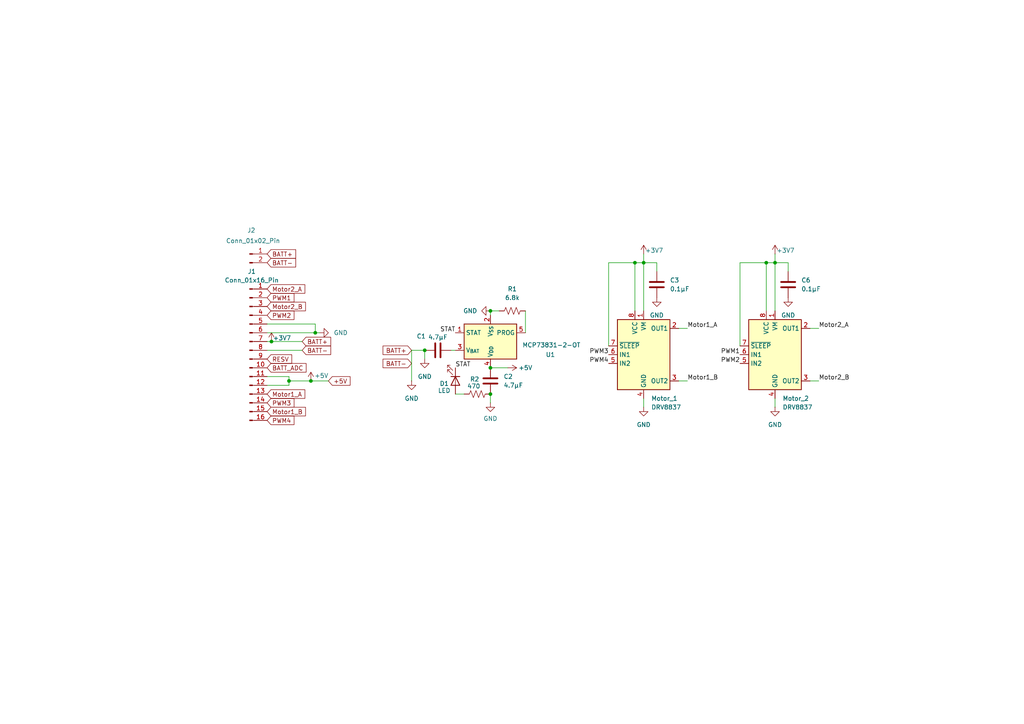
<source format=kicad_sch>
(kicad_sch (version 20231120) (generator "eeschema") (generator_version "8.0")
  (paper "A4")
  (title_block (title "Micro Mouse Power Subsystem") (date "2024-03-17") (rev "1") (company "University of Cape Town") (comment 1 "3088F Design Principles") (comment 2 "PCB Assignment") (comment 3 "Abdul-Mateen Kader") (comment 4 "KDRABD004"))
  (lib_symbols
    (symbol "Battery_Management:MCP73831-2-OT"
      (property "Reference" "U" (at -7.62 6.35 0))
      (property "Value" "MCP73831-2-OT" (at 1.27 6.35 0))
      (symbol "MCP73831-2-OT_0_1"
        (rectangle (start -7.62 5.08) (end 7.62 -5.08) (stroke (width 0.254)) (fill (type background)))
      )
      (symbol "MCP73831-2-OT_1_1"
        (pin tri_state line (at 10.16 -2.54 180) (length 2.54) (name "STAT") (number "1"))
        (pin power_in line (at 0 -7.62 90) (length 2.54) (name "V_{SS}") (number "2"))
        (pin power_out line (at 10.16 2.54 180) (length 2.54) (name "V_{BAT}") (number "3"))
        (pin power_in line (at 0 7.62 270) (length 2.54) (name "V_{DD}") (number "4"))
        (pin input line (at -10.16 -2.54 0) (length 2.54) (name "PROG") (number "5"))
      )
    )
    (symbol "Connector:Conn_01x02_Pin" (pin_names (offset 1.016) hide)
      (property "Reference" "J" (at 0 2.54 0))
      (property "Value" "Conn_01x02_Pin" (at 0 -5.08 0))
      (symbol "Conn_01x02_Pin_1_1"
        (polyline (pts (xy 1.27 -2.54) (xy 0.8636 -2.54)) (stroke (width 0.1524)))
        (polyline (pts (xy 1.27 0) (xy 0.8636 0)) (stroke (width 0.1524)))
        (rectangle (start 0.8636 -2.413) (end 0 -2.667) (stroke (width 0.1524)) (fill (type outline)))
        (rectangle (start 0.8636 0.127) (end 0 -0.127) (stroke (width 0.1524)) (fill (type outline)))
        (pin passive line (at 5.08 0 180) (length 3.81) (name "Pin_1") (number "1"))
        (pin passive line (at 5.08 -2.54 180) (length 3.81) (name "Pin_2") (number "2"))
      )
    )
    (symbol "Connector:Conn_01x16_Pin" (pin_names (offset 1.016) hide)
      (property "Reference" "J" (at 0 20.32 0))
      (property "Value" "Conn_01x16_Pin" (at 0 -22.86 0))
      (symbol "Conn_01x16_Pin_1_1"
        (polyline (pts (xy 1.27 -20.32) (xy 0.8636 -20.32)) (stroke (width 0.1524)))
        (polyline (pts (xy 1.27 -17.78) (xy 0.8636 -17.78)) (stroke (width 0.1524)))
        (polyline (pts (xy 1.27 -15.24) (xy 0.8636 -15.24)) (stroke (width 0.1524)))
        (polyline (pts (xy 1.27 -12.7) (xy 0.8636 -12.7)) (stroke (width 0.1524)))
        (polyline (pts (xy 1.27 -10.16) (xy 0.8636 -10.16)) (stroke (width 0.1524)))
        (polyline (pts (xy 1.27 -7.62) (xy 0.8636 -7.62)) (stroke (width 0.1524)))
        (polyline (pts (xy 1.27 -5.08) (xy 0.8636 -5.08)) (stroke (width 0.1524)))
        (polyline (pts (xy 1.27 -2.54) (xy 0.8636 -2.54)) (stroke (width 0.1524)))
        (polyline (pts (xy 1.27 0) (xy 0.8636 0)) (stroke (width 0.1524)))
        (polyline (pts (xy 1.27 2.54) (xy 0.8636 2.54)) (stroke (width 0.1524)))
        (polyline (pts (xy 1.27 5.08) (xy 0.8636 5.08)) (stroke (width 0.1524)))
        (polyline (pts (xy 1.27 7.62) (xy 0.8636 7.62)) (stroke (width 0.1524)))
        (polyline (pts (xy 1.27 10.16) (xy 0.8636 10.16)) (stroke (width 0.1524)))
        (polyline (pts (xy 1.27 12.7) (xy 0.8636 12.7)) (stroke (width 0.1524)))
        (polyline (pts (xy 1.27 15.24) (xy 0.8636 15.24)) (stroke (width 0.1524)))
        (polyline (pts (xy 1.27 17.78) (xy 0.8636 17.78)) (stroke (width 0.1524)))
        (rectangle (start 0.8636 -20.193) (end 0 -20.447) (stroke (width 0.1524)) (fill (type outline)))
        (rectangle (start 0.8636 -17.653) (end 0 -17.907) (stroke (width 0.1524)) (fill (type outline)))
        (rectangle (start 0.8636 -15.113) (end 0 -15.367) (stroke (width 0.1524)) (fill (type outline)))
        (rectangle (start 0.8636 -12.573) (end 0 -12.827) (stroke (width 0.1524)) (fill (type outline)))
        (rectangle (start 0.8636 -10.033) (end 0 -10.287) (stroke (width 0.1524)) (fill (type outline)))
        (rectangle (start 0.8636 -7.493) (end 0 -7.747) (stroke (width 0.1524)) (fill (type outline)))
        (rectangle (start 0.8636 -4.953) (end 0 -5.207) (stroke (width 0.1524)) (fill (type outline)))
        (rectangle (start 0.8636 -2.413) (end 0 -2.667) (stroke (width 0.1524)) (fill (type outline)))
        (rectangle (start 0.8636 0.127) (end 0 -0.127) (stroke (width 0.1524)) (fill (type outline)))
        (rectangle (start 0.8636 2.667) (end 0 2.413) (stroke (width 0.1524)) (fill (type outline)))
        (rectangle (start 0.8636 5.207) (end 0 4.953) (stroke (width 0.1524)) (fill (type outline)))
        (rectangle (start 0.8636 7.747) (end 0 7.493) (stroke (width 0.1524)) (fill (type outline)))
        (rectangle (start 0.8636 10.287) (end 0 10.033) (stroke (width 0.1524)) (fill (type outline)))
        (rectangle (start 0.8636 12.827) (end 0 12.573) (stroke (width 0.1524)) (fill (type outline)))
        (rectangle (start 0.8636 15.367) (end 0 15.113) (stroke (width 0.1524)) (fill (type outline)))
        (rectangle (start 0.8636 17.907) (end 0 17.653) (stroke (width 0.1524)) (fill (type outline)))
        (pin passive line (at 5.08 17.78 180) (length 3.81) (name "Pin_1") (number "1"))
        (pin passive line (at 5.08 -5.08 180) (length 3.81) (name "Pin_10") (number "10"))
        (pin passive line (at 5.08 -7.62 180) (length 3.81) (name "Pin_11") (number "11"))
        (pin passive line (at 5.08 -10.16 180) (length 3.81) (name "Pin_12") (number "12"))
        (pin passive line (at 5.08 -12.7 180) (length 3.81) (name "Pin_13") (number "13"))
        (pin passive line (at 5.08 -15.24 180) (length 3.81) (name "Pin_14") (number "14"))
        (pin passive line (at 5.08 -17.78 180) (length 3.81) (name "Pin_15") (number "15"))
        (pin passive line (at 5.08 -20.32 180) (length 3.81) (name "Pin_16") (number "16"))
        (pin passive line (at 5.08 15.24 180) (length 3.81) (name "Pin_2") (number "2"))
        (pin passive line (at 5.08 12.7 180) (length 3.81) (name "Pin_3") (number "3"))
        (pin passive line (at 5.08 10.16 180) (length 3.81) (name "Pin_4") (number "4"))
        (pin passive line (at 5.08 7.62 180) (length 3.81) (name "Pin_5") (number "5"))
        (pin passive line (at 5.08 5.08 180) (length 3.81) (name "Pin_6") (number "6"))
        (pin passive line (at 5.08 2.54 180) (length 3.81) (name "Pin_7") (number "7"))
        (pin passive line (at 5.08 0 180) (length 3.81) (name "Pin_8") (number "8"))
        (pin passive line (at 5.08 -2.54 180) (length 3.81) (name "Pin_9") (number "9"))
      )
    )
    (symbol "Device:C" (pin_numbers hide) (pin_names (offset 0.254))
      (property "Reference" "C" (at 0.635 2.54 0))
      (property "Value" "C" (at 0.635 -2.54 0))
      (symbol "C_0_1"
        (polyline (pts (xy -2.032 -0.762) (xy 2.032 -0.762)) (stroke (width 0.508)))
        (polyline (pts (xy -2.032 0.762) (xy 2.032 0.762)) (stroke (width 0.508)))
      )
      (symbol "C_1_1"
        (pin passive line (at 0 3.81 270) (length 2.794) (name "~") (number "1"))
        (pin passive line (at 0 -3.81 90) (length 2.794) (name "~") (number "2"))
      )
    )
    (symbol "Device:LED" (pin_numbers hide) (pin_names (offset 1.016) hide)
      (property "Reference" "D" (at 0 2.54 0))
      (property "Value" "LED" (at 0 -2.54 0))
      (symbol "LED_0_1"
        (polyline (pts (xy -1.27 -1.27) (xy -1.27 1.27)) (stroke (width 0.254)))
        (polyline (pts (xy -1.27 0) (xy 1.27 0)))
        (polyline (pts (xy 1.27 -1.27) (xy 1.27 1.27) (xy -1.27 0) (xy 1.27 -1.27)) (stroke (width 0.254)))
        (polyline (pts (xy -3.048 -0.762) (xy -4.572 -2.286) (xy -3.81 -2.286) (xy -4.572 -2.286) (xy -4.572 -1.524)))
        (polyline (pts (xy -1.778 -0.762) (xy -3.302 -2.286) (xy -2.54 -2.286) (xy -3.302 -2.286) (xy -3.302 -1.524)))
      )
      (symbol "LED_1_1"
        (pin passive line (at -3.81 0 0) (length 2.54) (name "K") (number "1"))
        (pin passive line (at 3.81 0 180) (length 2.54) (name "A") (number "2"))
      )
    )
    (symbol "Device:R_US" (pin_numbers hide) (pin_names (offset 0))
      (property "Reference" "R" (at 2.54 0 90))
      (property "Value" "R_US" (at -2.54 0 90))
      (symbol "R_US_0_1"
        (polyline (pts (xy 0 -2.286) (xy 0 -2.54)))
        (polyline (pts (xy 0 2.286) (xy 0 2.54)))
        (polyline (pts (xy 0 -0.762) (xy 1.016 -1.143) (xy 0 -1.524) (xy -1.016 -1.905) (xy 0 -2.286)))
        (polyline (pts (xy 0 0.762) (xy 1.016 0.381) (xy 0 0) (xy -1.016 -0.381) (xy 0 -0.762)))
        (polyline (pts (xy 0 2.286) (xy 1.016 1.905) (xy 0 1.524) (xy -1.016 1.143) (xy 0 0.762)))
      )
      (symbol "R_US_1_1"
        (pin passive line (at 0 3.81 270) (length 1.27) (name "~") (number "1"))
        (pin passive line (at 0 -3.81 90) (length 1.27) (name "~") (number "2"))
      )
    )
    (symbol "Driver_Motor:DRV8837"
      (property "Reference" "U" (at 6.35 11.43 0))
      (property "Value" "DRV8837" (at -10.16 11.43 0))
      (symbol "DRV8837_0_1"
        (rectangle (start -7.62 10.16) (end 7.62 -10.16) (stroke (width 0.254)) (fill (type background)))
      )
      (symbol "DRV8837_1_1"
        (pin power_in line (at 0 12.7 270) (length 2.54) (name "VM") (number "1"))
        (pin output line (at 10.16 7.62 180) (length 2.54) (name "OUT1") (number "2"))
        (pin output line (at 10.16 -7.62 180) (length 2.54) (name "OUT2") (number "3"))
        (pin power_in line (at 0 -12.7 90) (length 2.54) (name "GND") (number "4"))
        (pin input line (at -10.16 -2.54 0) (length 2.54) (name "IN2") (number "5"))
        (pin input line (at -10.16 0 0) (length 2.54) (name "IN1") (number "6"))
        (pin input line (at -10.16 2.54 0) (length 2.54) (name "~{SLEEP}") (number "7"))
        (pin power_in line (at -2.54 12.7 270) (length 2.54) (name "VCC") (number "8"))
        (pin passive line (at 0 -12.7 90) (length 2.54) hide (name "GND") (number "9"))
      )
    )
    (symbol "power:+3V8" (power) (pin_numbers hide) (pin_names (offset 0) hide)
      (property "Value" "+3V8" (at 0 3.556 0))
      (symbol "+3V8_0_1"
        (polyline (pts (xy -0.762 1.27) (xy 0 2.54)))
        (polyline (pts (xy 0 0) (xy 0 2.54)))
        (polyline (pts (xy 0 2.54) (xy 0.762 1.27)))
      )
      (symbol "+3V8_1_1"
        (pin power_in line (at 0 0 90) (length 0) (name "~") (number "1"))
      )
    )
    (symbol "power:+5V" (power) (pin_numbers hide) (pin_names (offset 0) hide)
      (property "Value" "+5V" (at 0 3.556 0))
      (symbol "+5V_0_1"
        (polyline (pts (xy -0.762 1.27) (xy 0 2.54)))
        (polyline (pts (xy 0 0) (xy 0 2.54)))
        (polyline (pts (xy 0 2.54) (xy 0.762 1.27)))
      )
      (symbol "+5V_1_1"
        (pin power_in line (at 0 0 90) (length 0) (name "~") (number "1"))
      )
    )
    (symbol "power:GND" (power) (pin_numbers hide) (pin_names (offset 0) hide)
      (property "Value" "GND" (at 0 -3.81 0))
      (symbol "GND_0_1"
        (polyline (pts (xy 0 0) (xy 0 -1.27) (xy 1.27 -1.27) (xy 0 -2.54) (xy -1.27 -1.27) (xy 0 -1.27)))
      )
      (symbol "GND_1_1"
        (pin power_in line (at 0 0 270) (length 0) (name "~") (number "1"))
      )
    )
  )
  (junction (at 90.17 110.49))
  (junction (at 142.24 114.3))
  (junction (at 123.19 101.6))
  (junction (at 224.79 76.2))
  (junction (at 83.82 110.49))
  (junction (at 142.24 106.68))
  (junction (at 91.44 96.52))
  (junction (at 222.25 76.2))
  (junction (at 78.74 99.06))
  (junction (at 142.24 90.17))
  (junction (at 186.69 76.2))
  (junction (at 184.15 76.2))
  (wire (pts (xy 78.74 99.06) (xy 77.47 99.06)))
  (wire (pts (xy 142.24 90.17) (xy 142.24 91.44)))
  (wire (pts (xy 176.53 100.33) (xy 176.53 76.2)))
  (wire (pts (xy 224.79 73.66) (xy 224.79 76.2)))
  (wire (pts (xy 92.71 96.52) (xy 91.44 96.52)))
  (wire (pts (xy 119.38 101.6) (xy 123.19 101.6)))
  (wire (pts (xy 83.82 111.76) (xy 77.47 111.76)))
  (wire (pts (xy 147.32 106.68) (xy 142.24 106.68)))
  (wire (pts (xy 190.5 76.2) (xy 190.5 78.74)))
  (wire (pts (xy 83.82 109.22) (xy 83.82 110.49)))
  (wire (pts (xy 83.82 110.49) (xy 83.82 111.76)))
  (wire (pts (xy 214.63 76.2) (xy 222.25 76.2)))
  (wire (pts (xy 123.19 101.6) (xy 123.19 104.14)))
  (wire (pts (xy 222.25 76.2) (xy 222.25 90.17)))
  (wire (pts (xy 234.95 95.25) (xy 237.49 95.25)))
  (wire (pts (xy 186.69 115.57) (xy 186.69 118.11)))
  (wire (pts (xy 87.63 99.06) (xy 78.74 99.06)))
  (wire (pts (xy 142.24 116.84) (xy 142.24 114.3)))
  (wire (pts (xy 95.25 110.49) (xy 90.17 110.49)))
  (wire (pts (xy 91.44 93.98) (xy 77.47 93.98)))
  (wire (pts (xy 190.5 76.2) (xy 186.69 76.2)))
  (wire (pts (xy 224.79 76.2) (xy 228.6 76.2)))
  (wire (pts (xy 90.17 110.49) (xy 83.82 110.49)))
  (wire (pts (xy 83.82 109.22) (xy 77.47 109.22)))
  (wire (pts (xy 77.47 96.52) (xy 91.44 96.52)))
  (wire (pts (xy 224.79 115.57) (xy 224.79 118.11)))
  (wire (pts (xy 196.85 110.49) (xy 199.39 110.49)))
  (wire (pts (xy 119.38 101.6) (xy 119.38 110.49)))
  (wire (pts (xy 222.25 76.2) (xy 224.79 76.2)))
  (wire (pts (xy 228.6 76.2) (xy 228.6 78.74)))
  (wire (pts (xy 234.95 110.49) (xy 237.49 110.49)))
  (wire (pts (xy 132.08 114.3) (xy 134.62 114.3)))
  (wire (pts (xy 214.63 100.33) (xy 214.63 76.2)))
  (wire (pts (xy 186.69 76.2) (xy 186.69 90.17)))
  (wire (pts (xy 184.15 76.2) (xy 186.69 76.2)))
  (wire (pts (xy 152.4 90.17) (xy 152.4 96.52)))
  (wire (pts (xy 224.79 76.2) (xy 224.79 90.17)))
  (wire (pts (xy 130.81 101.6) (xy 132.08 101.6)))
  (wire (pts (xy 184.15 76.2) (xy 184.15 90.17)))
  (wire (pts (xy 77.47 101.6) (xy 87.63 101.6)))
  (wire (pts (xy 91.44 93.98) (xy 91.44 96.52)))
  (wire (pts (xy 186.69 73.66) (xy 186.69 76.2)))
  (wire (pts (xy 144.78 90.17) (xy 142.24 90.17)))
  (wire (pts (xy 196.85 95.25) (xy 199.39 95.25)))
  (wire (pts (xy 176.53 76.2) (xy 184.15 76.2)))
  (label "Motor1_B" (at 199.39 110.49 0))
  (label "Motor2_A" (at 237.49 95.25 0))
  (label "STAT" (at 132.08 96.52 180))
  (label "Motor1_A" (at 199.39 95.25 0))
  (label "PWM3" (at 176.53 102.87 180))
  (label "PWM4" (at 176.53 105.41 180))
  (label "PWM1" (at 214.63 102.87 180))
  (label "Motor2_B" (at 237.49 110.49 0))
  (label "STAT" (at 132.08 106.68 0))
  (label "PWM2" (at 214.63 105.41 180))
  (global_label "BATT+" (shape input) (at 119.38 101.6 180) (property "Intersheetrefs" "${INTERSHEET_REFS}" (effects (hide yes))))
  (global_label "BATT-" (shape input) (at 119.38 105.41 180) (property "Intersheetrefs" "${INTERSHEET_REFS}" (effects (hide yes))))
  (global_label "Motor1_A" (shape input) (at 77.47 114.3 0) (property "Intersheetrefs" "${INTERSHEET_REFS}" (effects (hide yes))))
  (global_label "RESV" (shape input) (at 77.47 104.14 0) (property "Intersheetrefs" "${INTERSHEET_REFS}" (effects (hide yes))))
  (global_label "BATT-" (shape input) (at 77.47 76.2 0) (property "Intersheetrefs" "${INTERSHEET_REFS}" (effects (hide yes))))
  (global_label "BATT-" (shape input) (at 87.63 101.6 0) (property "Intersheetrefs" "${INTERSHEET_REFS}" (effects (hide yes))))
  (global_label "Motor2_B" (shape input) (at 77.47 88.9 0) (property "Intersheetrefs" "${INTERSHEET_REFS}" (effects (hide yes))))
  (global_label "+5V" (shape input) (at 95.25 110.49 0) (property "Intersheetrefs" "${INTERSHEET_REFS}" (effects (hide yes))))
  (global_label "Motor1_B" (shape input) (at 77.47 119.38 0) (property "Intersheetrefs" "${INTERSHEET_REFS}" (effects (hide yes))))
  (global_label "BATT+" (shape input) (at 77.47 73.66 0) (property "Intersheetrefs" "${INTERSHEET_REFS}" (effects (hide yes))))
  (global_label "PWM1" (shape input) (at 77.47 86.36 0) (property "Intersheetrefs" "${INTERSHEET_REFS}" (effects (hide yes))))
  (global_label "BATT+" (shape input) (at 87.63 99.06 0) (property "Intersheetrefs" "${INTERSHEET_REFS}" (effects (hide yes))))
  (global_label "PWM4" (shape input) (at 77.47 121.92 0) (property "Intersheetrefs" "${INTERSHEET_REFS}" (effects (hide yes))))
  (global_label "PWM3" (shape input) (at 77.47 116.84 0) (property "Intersheetrefs" "${INTERSHEET_REFS}" (effects (hide yes))))
  (global_label "BATT_ADC" (shape input) (at 77.47 106.68 0) (property "Intersheetrefs" "${INTERSHEET_REFS}" (effects (hide yes))))
  (global_label "PWM2" (shape input) (at 77.47 91.44 0) (property "Intersheetrefs" "${INTERSHEET_REFS}" (effects (hide yes))))
  (global_label "Motor2_A" (shape input) (at 77.47 83.82 0) (property "Intersheetrefs" "${INTERSHEET_REFS}" (effects (hide yes))))
  (symbol (lib_id "Driver_Motor:DRV8837") (at 186.69 102.87 0) (unit 1)
    (property "Reference" "Motor_1" (at 188.8841 115.57 0) (effects (justify left)))
    (property "Value" "DRV8837" (at 188.8841 118.11 0) (effects (justify left)))
    (property "Footprint" "Package_SON:WSON-8-1EP_2x2mm_P0.5mm_EP0.9x1.6mm" (effects (hide yes)))
    (property "Datasheet" "http://www.ti.com/lit/ds/symlink/drv8837.pdf" (effects (hide yes)))
    (property "Description" "H-Bridge driver, 1.8A, Low Voltage, PWM input, WSON-8" (effects (hide yes)))
  )
  (symbol (lib_id "Device:C") (at 228.6 82.55 0) (unit 1)
    (property "Reference" "C6" (at 232.41 81.2799 0) (effects (justify left)))
    (property "Value" "0.1µF" (at 232.41 83.8199 0) (effects (justify left)))
    (property "Footprint" "Capacitor_THT:C_Radial_D5.0mm_H5.0mm_P2.00mm" (effects (hide yes)))
    (property "Description" "Unpolarized capacitor" (effects (hide yes)))
  )
  (symbol (lib_id "Connector:Conn_01x16_Pin") (at 72.39 101.6 0) (unit 1)
    (property "Reference" "J1" (at 73.025 78.74 0))
    (property "Value" "Conn_01x16_Pin" (at 73.025 81.28 0))
    (property "Footprint" "Connector_PinHeader_2.54mm:PinHeader_2x08_P2.54mm_Vertical" (effects (hide yes)))
    (property "Description" "Generic connector, single row, 01x16, script generated" (effects (hide yes)))
  )
  (symbol (lib_id "Device:R_US") (at 138.43 114.3 90) (unit 1)
    (property "Reference" "R2" (at 137.668 109.982 90))
    (property "Value" "470" (at 137.414 112.014 90))
    (property "Description" "Resistor, US symbol" (effects (hide yes)))
  )
  (symbol (lib_id "power:GND") (at 142.24 116.84 0) (unit 1)
    (property "Reference" "#PWR013" (effects (hide yes)))
    (property "Value" "GND" (at 142.24 121.412 0))
    (property "Description" "Power symbol creates a global label with name \"GND\" , ground" (effects (hide yes)))
  )
  (symbol (lib_id "power:GND") (at 186.69 118.11 0) (unit 1)
    (property "Reference" "#PWR01" (effects (hide yes)))
    (property "Value" "GND" (at 186.69 123.19 0))
    (property "Description" "Power symbol creates a global label with name \"GND\" , ground" (effects (hide yes)))
  )
  (symbol (lib_id "Device:LED") (at 132.08 110.49 270) (unit 1)
    (property "Reference" "D1" (at 127.508 111.252 90) (effects (justify left)))
    (property "Value" "LED" (at 127 113.284 90) (effects (justify left)))
    (property "Description" "Light emitting diode" (effects (hide yes)))
  )
  (symbol (lib_id "power:GND") (at 123.19 104.14 0) (unit 1)
    (property "Reference" "#PWR012" (effects (hide yes)))
    (property "Value" "GND" (at 123.19 109.22 0))
    (property "Description" "Power symbol creates a global label with name \"GND\" , ground" (effects (hide yes)))
  )
  (symbol (lib_id "power:GND") (at 228.6 86.36 0) (unit 1)
    (property "Reference" "#PWR015" (effects (hide yes)))
    (property "Value" "GND" (at 228.6 91.44 0))
    (property "Description" "Power symbol creates a global label with name \"GND\" , ground" (effects (hide yes)))
  )
  (symbol (lib_id "Device:C") (at 142.24 110.49 0) (unit 1)
    (property "Reference" "C2" (at 146.05 109.2199 0) (effects (justify left)))
    (property "Value" "4.7µF" (at 146.05 111.7599 0) (effects (justify left)))
    (property "Footprint" "Capacitor_THT:C_Radial_D5.0mm_H5.0mm_P2.00mm" (effects (hide yes)))
    (property "Description" "Unpolarized capacitor" (effects (hide yes)))
  )
  (symbol (lib_id "power:+3V8") (at 78.74 99.06 0) (unit 1)
    (property "Reference" "#PWR04" (effects (hide yes)))
    (property "Value" "+3V7" (at 81.788 98.044 0))
    (property "Description" "Power symbol creates a global label with name \"+3V8\"" (effects (hide yes)))
  )
  (symbol (lib_id "power:GND") (at 224.79 118.11 0) (unit 1)
    (property "Reference" "#PWR010" (effects (hide yes)))
    (property "Value" "GND" (at 224.79 123.19 0))
    (property "Description" "Power symbol creates a global label with name \"GND\" , ground" (effects (hide yes)))
  )
  (symbol (lib_id "Device:C") (at 127 101.6 90) (unit 1)
    (property "Reference" "C1" (at 122.174 97.536 90))
    (property "Value" "4.7µF" (at 127 97.79 90))
    (property "Footprint" "Capacitor_THT:C_Radial_D5.0mm_H5.0mm_P2.00mm" (effects (hide yes)))
    (property "Description" "Unpolarized capacitor" (effects (hide yes)))
  )
  (symbol (lib_id "Connector:Conn_01x02_Pin") (at 72.39 73.66 0) (unit 1)
    (property "Reference" "J2" (at 72.898 66.802 0))
    (property "Value" "Conn_01x02_Pin" (at 73.406 69.85 0))
    (property "Footprint" "Connector_JST:JST_PH_B2B-PH-K_1x02_P2.00mm_Vertical" (effects (hide yes)))
    (property "Description" "Generic connector, single row, 01x02, script generated" (effects (hide yes)))
  )
  (symbol (lib_id "power:+3V8") (at 186.69 73.66 0) (unit 1)
    (property "Reference" "#PWR06" (effects (hide yes)))
    (property "Value" "+3V7" (at 189.738 72.644 0))
    (property "Description" "Power symbol creates a global label with name \"+3V8\"" (effects (hide yes)))
  )
  (symbol (lib_id "power:+5V") (at 90.17 110.49 0) (unit 1)
    (property "Reference" "#PWR03" (effects (hide yes)))
    (property "Value" "+5V" (at 93.218 108.966 0))
    (property "Description" "Power symbol creates a global label with name \"+5V\"" (effects (hide yes)))
  )
  (symbol (lib_id "power:GND") (at 142.24 90.17 270) (unit 1)
    (property "Reference" "#PWR011" (effects (hide yes)))
    (property "Value" "GND" (at 138.43 90.1699 90) (effects (justify right)))
    (property "Description" "Power symbol creates a global label with name \"GND\" , ground" (effects (hide yes)))
  )
  (symbol (lib_id "power:+5V") (at 147.32 106.68 270) (unit 1)
    (property "Reference" "#PWR09" (effects (hide yes)))
    (property "Value" "+5V" (at 152.4 106.68 90))
    (property "Description" "Power symbol creates a global label with name \"+5V\"" (effects (hide yes)))
  )
  (symbol (lib_id "power:+3V8") (at 224.79 73.66 0) (unit 1)
    (property "Reference" "#PWR08" (effects (hide yes)))
    (property "Value" "+3V7" (at 227.838 72.644 0))
    (property "Description" "Power symbol creates a global label with name \"+3V8\"" (effects (hide yes)))
  )
  (symbol (lib_id "power:GND") (at 119.38 110.49 0) (unit 1)
    (property "Reference" "#PWR016" (effects (hide yes)))
    (property "Value" "GND" (at 119.38 115.57 0))
    (property "Description" "Power symbol creates a global label with name \"GND\" , ground" (effects (hide yes)))
  )
  (symbol (lib_id "power:GND") (at 92.71 96.52 90) (unit 1)
    (property "Reference" "#PWR07" (effects (hide yes)))
    (property "Value" "GND" (at 96.774 96.52 90) (effects (justify right)))
    (property "Description" "Power symbol creates a global label with name \"GND\" , ground" (effects (hide yes)))
  )
  (symbol (lib_id "Battery_Management:MCP73831-2-OT") (at 142.24 99.06 180) (unit 1)
    (property "Reference" "U1" (at 161.036 102.87 0) (effects (justify left)))
    (property "Value" "MCP73831-2-OT" (at 168.402 100.076 0) (effects (justify left)))
    (property "Footprint" "Package_TO_SOT_SMD:SOT-23-5" (effects (hide yes)))
    (property "Datasheet" "http://ww1.microchip.com/downloads/en/DeviceDoc/20001984g.pdf" (effects (hide yes)))
    (property "Description" "Single cell, Li-Ion/Li-Po charge management controller, 4.20V, Tri-State Status Output, in SOT23-5 package" (effects (hide yes)))
  )
  (symbol (lib_id "power:GND") (at 190.5 86.36 0) (unit 1)
    (property "Reference" "#PWR02" (effects (hide yes)))
    (property "Value" "GND" (at 190.5 91.44 0))
    (property "Description" "Power symbol creates a global label with name \"GND\" , ground" (effects (hide yes)))
  )
  (symbol (lib_id "Driver_Motor:DRV8837") (at 224.79 102.87 0) (unit 1)
    (property "Reference" "Motor_2" (at 226.9841 115.57 0) (effects (justify left)))
    (property "Value" "DRV8837" (at 226.9841 118.11 0) (effects (justify left)))
    (property "Footprint" "Package_SON:WSON-8-1EP_2x2mm_P0.5mm_EP0.9x1.6mm" (effects (hide yes)))
    (property "Datasheet" "http://www.ti.com/lit/ds/symlink/drv8837.pdf" (effects (hide yes)))
    (property "Description" "H-Bridge driver, 1.8A, Low Voltage, PWM input, WSON-8" (effects (hide yes)))
  )
  (symbol (lib_id "Device:C") (at 190.5 82.55 0) (unit 1)
    (property "Reference" "C3" (at 194.31 81.2799 0) (effects (justify left)))
    (property "Value" "0.1µF" (at 194.31 83.8199 0) (effects (justify left)))
    (property "Footprint" "Capacitor_THT:C_Radial_D5.0mm_H5.0mm_P2.00mm" (effects (hide yes)))
    (property "Description" "Unpolarized capacitor" (effects (hide yes)))
  )
  (symbol (lib_id "Device:R_US") (at 148.59 90.17 90) (unit 1)
    (property "Reference" "R1" (at 148.59 83.82 90))
    (property "Value" "6.8k" (at 148.59 86.36 90))
    (property "Description" "Resistor, US symbol" (effects (hide yes)))
  )
)
</source>
